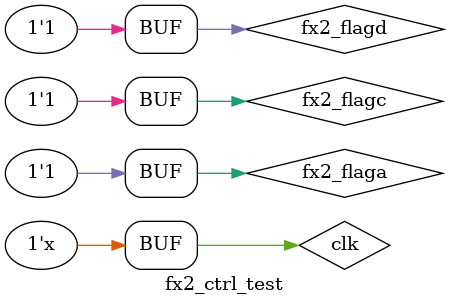
<source format=v>
`timescale 1ns / 1ps
`default_nettype none 

module fx2_ctrl_test();

    reg clk = 1;
    always #20 clk <= ~clk;

    wire por_rst, debounced_rst;
    wire internal_reset = por_rst | debounced_rst;

    reset_control rst_ctrl (
        .clk_0 (clk),
        .external_reset (1'b0),
        .clk_1 (clk),
        .por_reset (por_rst),
        .debounced_reset (debounced_rst)
    );

    reg fx2_flaga = 1;
    reg fx2_flagb = 1;
    reg fx2_flagc = 1;
    reg fx2_flagd = 1;

    wire fx2_slrd;
    wire fx2_slwr;
    wire fx2_sloe;
    wire fx2_pktend;
    wire [1:0] fx2_fifoaddr;

    reg  [15:0] fx2_fd = 16'hFFFF;
    reg  [15:0] fx2_fd_in = 0;
    wire [15:0] fx2_fd_out;

    wire [15:0] command_rx_data;
    wire        command_rx_req;
    reg         command_rx_ack = 0;
    wire        command_rx_valid;

    fx2_controller fx2_ctrl (
        .reset              (   internal_reset),
        .fx2_ifclk          (              clk), 
        .fx2_flaga          (        fx2_flaga),     
        .fx2_flagb          (        fx2_flagb),     
        .fx2_flagc          (        fx2_flagc),      
        .fx2_flagd          (        fx2_flagd),      
        .fx2_slrd           (         fx2_slrd),       
        .fx2_slwr           (         fx2_slwr),       
        .fx2_sloe           (         fx2_sloe),      
        .fx2_pktend         (       fx2_pktend),     
        .fx2_fifoaddr       (     fx2_fifoaddr),   
        .fx2_fd_in          (        fx2_fd_in),
        .fx2_fd_out         (       fx2_fd_out),

        .command_rx_data    (  command_rx_data),     
        .command_rx_req     (   command_rx_req),        
        .command_rx_ack     (   command_rx_ack),
        .command_rx_valid   ( command_rx_valid)
    );

    always @(posedge clk) begin
        if (command_rx_req & ~command_rx_ack) begin
            command_rx_ack <= 1'b1;
        end 
        
        if (~command_rx_req & command_rx_ack) begin
            command_rx_ack <= 1'b0;
        end 
    end
    
    always @(*) begin
        if (~fx2_sloe) begin
            #10 fx2_fd_in <= fx2_fd;
        end else begin
            #10 fx2_fd_in <= 0;
        end
    end

    reg [8:0] byte_count = 9'd3;

    always @(posedge clk) begin
        if (~fx2_slrd) begin
            fx2_fd <= fx2_fd - 1;
            byte_count <= byte_count - 1;

            if (byte_count == 1) begin
                fx2_flagb <= 0;
            end
        end

    end

endmodule
</source>
